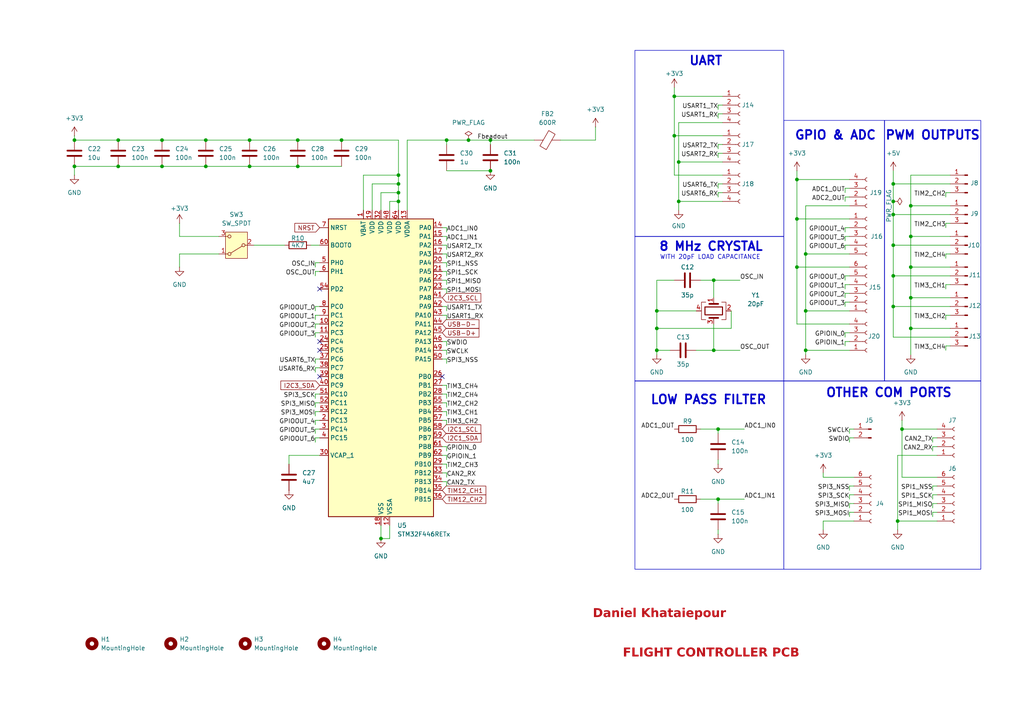
<source format=kicad_sch>
(kicad_sch (version 20231120) (generator "eeschema") (generator_version "8.0")
  (paper "A4")
  (title_block (date "2025-09-02"))
  (lib_symbols
    (symbol "Connector:Conn_01x02_Pin" (pin_names (offset 1.016) hide)
      (property "Reference" "J" (at 0 2.54 0))
      (property "Value" "Conn_01x02_Pin" (at 0 -5.08 0))
      (symbol "Conn_01x02_Pin_1_1"
        (pin passive line (at 5.08 0 180) (length 3.81) (name "Pin_1") (number "1"))
        (pin passive line (at 5.08 -2.54 180) (length 3.81) (name "Pin_2") (number "2"))
      )
    )
    (symbol "Connector:Conn_01x03_Pin" (pin_names (offset 1.016) hide)
      (property "Reference" "J" (at 0 5.08 0))
      (property "Value" "Conn_01x03_Pin" (at 0 -5.08 0))
      (symbol "Conn_01x03_Pin_1_1"
        (pin passive line (at 5.08 2.54 180) (length 3.81) (name "Pin_1") (number "1"))
        (pin passive line (at 5.08 0 180) (length 3.81) (name "Pin_2") (number "2"))
        (pin passive line (at 5.08 -2.54 180) (length 3.81) (name "Pin_3") (number "3"))
      )
    )
    (symbol "Connector:Conn_01x04_Socket" (pin_names (offset 1.016) hide)
      (property "Reference" "J" (at 0 5.08 0))
      (property "Value" "Conn_01x04_Socket" (at 0 -7.62 0))
      (symbol "Conn_01x04_Socket_1_1"
        (pin passive line (at -5.08 2.54 0) (length 3.81) (name "Pin_1") (number "1"))
        (pin passive line (at -5.08 0 0) (length 3.81) (name "Pin_2") (number "2"))
        (pin passive line (at -5.08 -2.54 0) (length 3.81) (name "Pin_3") (number "3"))
        (pin passive line (at -5.08 -5.08 0) (length 3.81) (name "Pin_4") (number "4"))
      )
    )
    (symbol "Connector:Conn_01x05_Socket" (pin_names (offset 1.016) hide)
      (property "Reference" "J" (at 0 7.62 0))
      (property "Value" "Conn_01x05_Socket" (at 0 -7.62 0))
      (symbol "Conn_01x05_Socket_1_1"
        (pin passive line (at -5.08 5.08 0) (length 3.81) (name "Pin_1") (number "1"))
        (pin passive line (at -5.08 2.54 0) (length 3.81) (name "Pin_2") (number "2"))
        (pin passive line (at -5.08 0 0) (length 3.81) (name "Pin_3") (number "3"))
        (pin passive line (at -5.08 -2.54 0) (length 3.81) (name "Pin_4") (number "4"))
        (pin passive line (at -5.08 -5.08 0) (length 3.81) (name "Pin_5") (number "5"))
      )
    )
    (symbol "Connector:Conn_01x06_Socket" (pin_names (offset 1.016) hide)
      (property "Reference" "J" (at 0 7.62 0))
      (property "Value" "Conn_01x06_Socket" (at 0 -10.16 0))
      (symbol "Conn_01x06_Socket_1_1"
        (pin passive line (at -5.08 5.08 0) (length 3.81) (name "Pin_1") (number "1"))
        (pin passive line (at -5.08 2.54 0) (length 3.81) (name "Pin_2") (number "2"))
        (pin passive line (at -5.08 0 0) (length 3.81) (name "Pin_3") (number "3"))
        (pin passive line (at -5.08 -2.54 0) (length 3.81) (name "Pin_4") (number "4"))
        (pin passive line (at -5.08 -5.08 0) (length 3.81) (name "Pin_5") (number "5"))
        (pin passive line (at -5.08 -7.62 0) (length 3.81) (name "Pin_6") (number "6"))
      )
    )
    (symbol "Device:C" (pin_numbers hide) (pin_names (offset 0.254))
      (property "Reference" "C" (at 0.635 2.54 0))
      (property "Value" "C" (at 0.635 -2.54 0))
      (symbol "C_1_1"
        (pin passive line (at 0 3.81 270) (length 2.794) (name "~") (number "1"))
        (pin passive line (at 0 -3.81 90) (length 2.794) (name "~") (number "2"))
      )
    )
    (symbol "Device:Crystal_GND24" (pin_names (offset 1.016) hide)
      (property "Reference" "Y" (at 3.175 5.08 0))
      (property "Value" "Crystal_GND24" (at 3.175 3.175 0))
      (symbol "Crystal_GND24_1_1"
        (pin passive line (at -3.81 0 0) (length 1.27) (name "1") (number "1"))
        (pin passive line (at 0 5.08 270) (length 1.27) (name "2") (number "2"))
        (pin passive line (at 3.81 0 180) (length 1.27) (name "3") (number "3"))
        (pin passive line (at 0 -5.08 90) (length 1.27) (name "4") (number "4"))
      )
    )
    (symbol "Device:FerriteBead" (pin_numbers hide) (pin_names (offset 0))
      (property "Reference" "FB" (at -3.81 0.635 90))
      (property "Value" "FerriteBead" (at 3.81 0 90))
      (symbol "FerriteBead_1_1"
        (pin passive line (at 0 3.81 270) (length 2.54) (name "~") (number "1"))
        (pin passive line (at 0 -3.81 90) (length 2.54) (name "~") (number "2"))
      )
    )
    (symbol "Device:R" (pin_numbers hide) (pin_names (offset 0))
      (property "Reference" "R" (at 2.032 0 90))
      (property "Value" "R" (at 0 0 90))
      (symbol "R_1_1"
        (pin passive line (at 0 3.81 270) (length 1.27) (name "~") (number "1"))
        (pin passive line (at 0 -3.81 90) (length 1.27) (name "~") (number "2"))
      )
    )
    (symbol "MCU_ST_STM32F4:STM32F446RETx"
      (property "Reference" "U" (at -15.24 44.45 0))
      (property "Value" "STM32F446RETx" (at 10.16 44.45 0))
      (symbol "STM32F446RETx_1_1"
        (pin power_in line (at -5.08 45.72 270) (length 2.54) (name "VBAT") (number "1"))
        (pin bidirectional line (at -17.78 12.7 0) (length 2.54) (name "PC2") (number "10"))
        (pin bidirectional line (at -17.78 10.16 0) (length 2.54) (name "PC3") (number "11"))
        (pin power_in line (at 2.54 -45.72 90) (length 2.54) (name "VSSA") (number "12"))
        (pin power_in line (at 7.62 45.72 270) (length 2.54) (name "VDDA") (number "13"))
        (pin bidirectional line (at 17.78 40.64 180) (length 2.54) (name "PA0") (number "14"))
        (pin bidirectional line (at 17.78 38.1 180) (length 2.54) (name "PA1") (number "15"))
        (pin bidirectional line (at 17.78 35.56 180) (length 2.54) (name "PA2") (number "16"))
        (pin bidirectional line (at 17.78 33.02 180) (length 2.54) (name "PA3") (number "17"))
        (pin power_in line (at 0 -45.72 90) (length 2.54) (name "VSS") (number "18"))
        (pin power_in line (at -2.54 45.72 270) (length 2.54) (name "VDD") (number "19"))
        (pin bidirectional line (at -17.78 -15.24 0) (length 2.54) (name "PC13") (number "2"))
        (pin bidirectional line (at 17.78 30.48 180) (length 2.54) (name "PA4") (number "20"))
        (pin bidirectional line (at 17.78 27.94 180) (length 2.54) (name "PA5") (number "21"))
        (pin bidirectional line (at 17.78 25.4 180) (length 2.54) (name "PA6") (number "22"))
        (pin bidirectional line (at 17.78 22.86 180) (length 2.54) (name "PA7") (number "23"))
        (pin bidirectional line (at -17.78 7.62 0) (length 2.54) (name "PC4") (number "24"))
        (pin bidirectional line (at -17.78 5.08 0) (length 2.54) (name "PC5") (number "25"))
        (pin bidirectional line (at 17.78 -2.54 180) (length 2.54) (name "PB0") (number "26"))
        (pin bidirectional line (at 17.78 -5.08 180) (length 2.54) (name "PB1") (number "27"))
        (pin bidirectional line (at 17.78 -7.62 180) (length 2.54) (name "PB2") (number "28"))
        (pin bidirectional line (at 17.78 -27.94 180) (length 2.54) (name "PB10") (number "29"))
        (pin bidirectional line (at -17.78 -17.78 0) (length 2.54) (name "PC14") (number "3"))
        (pin power_out line (at -17.78 -25.4 0) (length 2.54) (name "VCAP_1") (number "30"))
        (pin passive line (at 0 -45.72 90) (length 2.54) hide (name "VSS") (number "31"))
        (pin power_in line (at 0 45.72 270) (length 2.54) (name "VDD") (number "32"))
        (pin bidirectional line (at 17.78 -30.48 180) (length 2.54) (name "PB12") (number "33"))
        (pin bidirectional line (at 17.78 -33.02 180) (length 2.54) (name "PB13") (number "34"))
        (pin bidirectional line (at 17.78 -35.56 180) (length 2.54) (name "PB14") (number "35"))
        (pin bidirectional line (at 17.78 -38.1 180) (length 2.54) (name "PB15") (number "36"))
        (pin bidirectional line (at -17.78 2.54 0) (length 2.54) (name "PC6") (number "37"))
        (pin bidirectional line (at -17.78 0 0) (length 2.54) (name "PC7") (number "38"))
        (pin bidirectional line (at -17.78 -2.54 0) (length 2.54) (name "PC8") (number "39"))
        (pin bidirectional line (at -17.78 -20.32 0) (length 2.54) (name "PC15") (number "4"))
        (pin bidirectional line (at -17.78 -5.08 0) (length 2.54) (name "PC9") (number "40"))
        (pin bidirectional line (at 17.78 20.32 180) (length 2.54) (name "PA8") (number "41"))
        (pin bidirectional line (at 17.78 17.78 180) (length 2.54) (name "PA9") (number "42"))
        (pin bidirectional line (at 17.78 15.24 180) (length 2.54) (name "PA10") (number "43"))
        (pin bidirectional line (at 17.78 12.7 180) (length 2.54) (name "PA11") (number "44"))
        (pin bidirectional line (at 17.78 10.16 180) (length 2.54) (name "PA12") (number "45"))
        (pin bidirectional line (at 17.78 7.62 180) (length 2.54) (name "PA13") (number "46"))
        (pin passive line (at 0 -45.72 90) (length 2.54) hide (name "VSS") (number "47"))
        (pin power_in line (at 2.54 45.72 270) (length 2.54) (name "VDD") (number "48"))
        (pin bidirectional line (at 17.78 5.08 180) (length 2.54) (name "PA14") (number "49"))
        (pin bidirectional line (at -17.78 30.48 0) (length 2.54) (name "PH0") (number "5"))
        (pin bidirectional line (at 17.78 2.54 180) (length 2.54) (name "PA15") (number "50"))
        (pin bidirectional line (at -17.78 -7.62 0) (length 2.54) (name "PC10") (number "51"))
        (pin bidirectional line (at -17.78 -10.16 0) (length 2.54) (name "PC11") (number "52"))
        (pin bidirectional line (at -17.78 -12.7 0) (length 2.54) (name "PC12") (number "53"))
        (pin bidirectional line (at -17.78 22.86 0) (length 2.54) (name "PD2") (number "54"))
        (pin bidirectional line (at 17.78 -10.16 180) (length 2.54) (name "PB3") (number "55"))
        (pin bidirectional line (at 17.78 -12.7 180) (length 2.54) (name "PB4") (number "56"))
        (pin bidirectional line (at 17.78 -15.24 180) (length 2.54) (name "PB5") (number "57"))
        (pin bidirectional line (at 17.78 -17.78 180) (length 2.54) (name "PB6") (number "58"))
        (pin bidirectional line (at 17.78 -20.32 180) (length 2.54) (name "PB7") (number "59"))
        (pin bidirectional line (at -17.78 27.94 0) (length 2.54) (name "PH1") (number "6"))
        (pin input line (at -17.78 35.56 0) (length 2.54) (name "BOOT0") (number "60"))
        (pin bidirectional line (at 17.78 -22.86 180) (length 2.54) (name "PB8") (number "61"))
        (pin bidirectional line (at 17.78 -25.4 180) (length 2.54) (name "PB9") (number "62"))
        (pin passive line (at 0 -45.72 90) (length 2.54) hide (name "VSS") (number "63"))
        (pin power_in line (at 5.08 45.72 270) (length 2.54) (name "VDD") (number "64"))
        (pin input line (at -17.78 40.64 0) (length 2.54) (name "NRST") (number "7"))
        (pin bidirectional line (at -17.78 17.78 0) (length 2.54) (name "PC0") (number "8"))
        (pin bidirectional line (at -17.78 15.24 0) (length 2.54) (name "PC1") (number "9"))
      )
    )
    (symbol "Mechanical:MountingHole" (pin_names (offset 1.016))
      (property "Reference" "H" (at 0 5.08 0))
      (property "Value" "MountingHole" (at 0 3.175 0))
    )
    (symbol "Switch:SW_SPDT" (pin_names (offset 0) hide)
      (property "Reference" "SW" (at 0 5.08 0))
      (property "Value" "SW_SPDT" (at 0 -5.08 0))
      (symbol "SW_SPDT_1_1"
        (pin passive line (at 5.08 2.54 180) (length 2.54) (name "A") (number "1"))
        (pin passive line (at -5.08 0 0) (length 2.54) (name "B") (number "2"))
        (pin passive line (at 5.08 -2.54 180) (length 2.54) (name "C") (number "3"))
      )
    )
    (symbol "power:+3V3" (power) (pin_numbers hide) (pin_names (offset 0) hide)
      (property "Value" "+3V3" (at 0 3.556 0))
      (symbol "+3V3_1_1"
        (pin power_in line (at 0 0 90) (length 0) (name "~") (number "1"))
      )
    )
    (symbol "power:+5V" (power) (pin_numbers hide) (pin_names (offset 0) hide)
      (property "Value" "+5V" (at 0 3.556 0))
      (symbol "+5V_1_1"
        (pin power_in line (at 0 0 90) (length 0) (name "~") (number "1"))
      )
    )
    (symbol "power:GND" (power) (pin_numbers hide) (pin_names (offset 0) hide)
      (property "Value" "GND" (at 0 -3.81 0))
      (symbol "GND_1_1"
        (pin power_in line (at 0 0 270) (length 0) (name "~") (number "1"))
      )
    )
    (symbol "power:PWR_FLAG" (power) (pin_numbers hide) (pin_names (offset 0) hide)
      (property "Value" "PWR_FLAG" (at 0 3.81 0))
      (symbol "PWR_FLAG_0_0"
        (pin power_out line (at 0 0 90) (length 0) (name "~") (number "1"))
      )
    )
  )
  (junction (at 259.08 88.9))
  (junction (at 46.99 40.64))
  (junction (at 86.36 48.26))
  (junction (at 207.01 81.28))
  (junction (at 208.28 124.46))
  (junction (at 115.57 55.88))
  (junction (at 21.59 40.64))
  (junction (at 34.29 48.26))
  (junction (at 259.08 80.01))
  (junction (at 233.68 90.17))
  (junction (at 115.57 50.8))
  (junction (at 59.69 48.26))
  (junction (at 115.57 58.42))
  (junction (at 59.69 40.64))
  (junction (at 264.16 68.58))
  (junction (at 195.58 27.94))
  (junction (at 190.5 90.17))
  (junction (at 231.14 52.07))
  (junction (at 72.39 48.26))
  (junction (at 195.58 39.37))
  (junction (at 259.08 53.34))
  (junction (at 190.5 95.25))
  (junction (at 142.24 49.53))
  (junction (at 190.5 101.6))
  (junction (at 260.35 151.13))
  (junction (at 231.14 63.5))
  (junction (at 142.24 40.64))
  (junction (at 264.16 77.47))
  (junction (at 264.16 59.69))
  (junction (at 129.54 40.64))
  (junction (at 99.06 40.64))
  (junction (at 231.14 77.47))
  (junction (at 21.59 48.26))
  (junction (at 196.85 46.99))
  (junction (at 207.01 101.6))
  (junction (at 196.85 58.42))
  (junction (at 259.08 71.12))
  (junction (at 110.49 156.21))
  (junction (at 115.57 53.34))
  (junction (at 259.08 58.42))
  (junction (at 261.62 124.46))
  (junction (at 264.16 95.25))
  (junction (at 46.99 48.26))
  (junction (at 34.29 40.64))
  (junction (at 208.28 144.78))
  (junction (at 86.36 40.64))
  (junction (at 264.16 86.36))
  (junction (at 233.68 73.66))
  (junction (at 72.39 40.64))
  (junction (at 135.89 40.64))
  (junction (at 259.08 62.23))
  (junction (at 233.68 101.6))
  (no_connect (at 92.71 109.22))
  (no_connect (at 128.27 109.22))
  (no_connect (at 92.71 83.82))
  (no_connect (at 92.71 99.06))
  (no_connect (at 92.71 101.6))
  (wire (pts (xy 34.29 48.26) (xy 46.99 48.26)))
  (wire (pts (xy 208.28 124.46) (xy 208.28 125.73)))
  (wire (pts (xy 135.89 40.64) (xy 142.24 40.64)))
  (wire (pts (xy 261.62 138.43) (xy 261.62 124.46)))
  (wire (pts (xy 91.44 93.98) (xy 91.44 95.25)))
  (wire (pts (xy 264.16 86.36) (xy 264.16 77.47)))
  (wire (pts (xy 208.28 124.46) (xy 215.9 124.46)))
  (wire (pts (xy 274.32 57.15) (xy 274.32 55.88)))
  (wire (pts (xy 92.71 104.14) (xy 91.44 104.14)))
  (wire (pts (xy 91.44 76.2) (xy 91.44 77.47)))
  (wire (pts (xy 208.28 144.78) (xy 215.9 144.78)))
  (wire (pts (xy 245.11 96.52) (xy 246.38 96.52)))
  (wire (pts (xy 238.76 137.16) (xy 238.76 138.43)))
  (wire (pts (xy 91.44 88.9) (xy 91.44 90.17)))
  (wire (pts (xy 246.38 147.32) (xy 246.38 146.05)))
  (wire (pts (xy 259.08 53.34) (xy 275.59 53.34)))
  (wire (pts (xy 110.49 60.96) (xy 110.49 55.88)))
  (wire (pts (xy 190.5 101.6) (xy 194.31 101.6)))
  (wire (pts (xy 129.54 121.92) (xy 129.54 123.19)))
  (wire (pts (xy 208.28 153.67) (xy 208.28 154.94)))
  (wire (pts (xy 92.71 119.38) (xy 91.44 119.38)))
  (wire (pts (xy 208.28 57.15) (xy 208.28 55.88)))
  (wire (pts (xy 129.54 114.3) (xy 129.54 115.57)))
  (wire (pts (xy 245.11 80.01) (xy 246.38 80.01)))
  (wire (pts (xy 207.01 101.6) (xy 214.63 101.6)))
  (wire (pts (xy 264.16 68.58) (xy 275.59 68.58)))
  (wire (pts (xy 129.54 91.44) (xy 129.54 92.71)))
  (wire (pts (xy 91.44 78.74) (xy 91.44 80.01)))
  (wire (pts (xy 86.36 40.64) (xy 99.06 40.64)))
  (wire (pts (xy 128.27 114.3) (xy 129.54 114.3)))
  (wire (pts (xy 208.28 30.48) (xy 208.28 31.75)))
  (wire (pts (xy 129.54 129.54) (xy 129.54 130.81)))
  (wire (pts (xy 72.39 48.26) (xy 86.36 48.26)))
  (wire (pts (xy 245.11 82.55) (xy 246.38 82.55)))
  (wire (pts (xy 264.16 95.25) (xy 264.16 86.36)))
  (wire (pts (xy 212.09 90.17) (xy 212.09 95.25)))
  (wire (pts (xy 264.16 77.47) (xy 275.59 77.47)))
  (wire (pts (xy 90.17 71.12) (xy 92.71 71.12)))
  (wire (pts (xy 115.57 50.8) (xy 115.57 53.34)))
  (wire (pts (xy 129.54 40.64) (xy 129.54 41.91)))
  (wire (pts (xy 208.28 54.61) (xy 208.28 53.34)))
  (wire (pts (xy 209.55 35.56) (xy 196.85 35.56)))
  (wire (pts (xy 142.24 40.64) (xy 154.94 40.64)))
  (wire (pts (xy 209.55 58.42) (xy 196.85 58.42)))
  (wire (pts (xy 129.54 68.58) (xy 129.54 69.85)))
  (wire (pts (xy 274.32 100.33) (xy 274.32 101.6)))
  (wire (pts (xy 92.71 114.3) (xy 91.44 114.3)))
  (wire (pts (xy 128.27 137.16) (xy 129.54 137.16)))
  (wire (pts (xy 274.32 64.77) (xy 275.59 64.77)))
  (wire (pts (xy 209.55 30.48) (xy 208.28 30.48)))
  (wire (pts (xy 129.54 73.66) (xy 129.54 74.93)))
  (wire (pts (xy 91.44 116.84) (xy 91.44 118.11)))
  (wire (pts (xy 233.68 101.6) (xy 233.68 90.17)))
  (wire (pts (xy 128.27 121.92) (xy 129.54 121.92)))
  (wire (pts (xy 259.08 62.23) (xy 259.08 71.12)))
  (wire (pts (xy 203.2 144.78) (xy 208.28 144.78)))
  (wire (pts (xy 260.35 132.08) (xy 260.35 151.13)))
  (wire (pts (xy 172.72 40.64) (xy 162.56 40.64)))
  (wire (pts (xy 129.54 71.12) (xy 129.54 72.39)))
  (wire (pts (xy 190.5 95.25) (xy 190.5 101.6)))
  (wire (pts (xy 274.32 82.55) (xy 275.59 82.55)))
  (wire (pts (xy 231.14 77.47) (xy 231.14 63.5)))
  (wire (pts (xy 233.68 101.6) (xy 233.68 102.87)))
  (wire (pts (xy 271.78 124.46) (xy 261.62 124.46)))
  (wire (pts (xy 208.28 133.35) (xy 208.28 134.62)))
  (wire (pts (xy 246.38 148.59) (xy 247.65 148.59)))
  (wire (pts (xy 91.44 121.92) (xy 91.44 123.19)))
  (wire (pts (xy 128.27 68.58) (xy 129.54 68.58)))
  (wire (pts (xy 91.44 124.46) (xy 92.71 124.46)))
  (wire (pts (xy 128.27 83.82) (xy 129.54 83.82)))
  (wire (pts (xy 46.99 40.64) (xy 59.69 40.64)))
  (wire (pts (xy 231.14 52.07) (xy 246.38 52.07)))
  (wire (pts (xy 91.44 128.27) (xy 91.44 127)))
  (wire (pts (xy 264.16 95.25) (xy 275.59 95.25)))
  (wire (pts (xy 270.51 144.78) (xy 270.51 143.51)))
  (wire (pts (xy 264.16 59.69) (xy 275.59 59.69)))
  (wire (pts (xy 92.71 93.98) (xy 91.44 93.98)))
  (wire (pts (xy 208.28 44.45) (xy 209.55 44.45)))
  (wire (pts (xy 259.08 49.53) (xy 259.08 53.34)))
  (wire (pts (xy 245.11 86.36) (xy 245.11 85.09)))
  (wire (pts (xy 92.71 88.9) (xy 91.44 88.9)))
  (wire (pts (xy 231.14 93.98) (xy 231.14 77.47)))
  (wire (pts (xy 83.82 134.62) (xy 83.82 132.08)))
  (wire (pts (xy 264.16 59.69) (xy 264.16 50.8)))
  (wire (pts (xy 208.28 43.18) (xy 208.28 41.91)))
  (wire (pts (xy 34.29 40.64) (xy 46.99 40.64)))
  (wire (pts (xy 129.54 134.62) (xy 129.54 135.89)))
  (wire (pts (xy 128.27 132.08) (xy 129.54 132.08)))
  (wire (pts (xy 129.54 137.16) (xy 129.54 138.43)))
  (wire (pts (xy 21.59 48.26) (xy 21.59 50.8)))
  (wire (pts (xy 207.01 81.28) (xy 207.01 86.36)))
  (wire (pts (xy 128.27 134.62) (xy 129.54 134.62)))
  (wire (pts (xy 91.44 127) (xy 92.71 127)))
  (wire (pts (xy 128.27 73.66) (xy 129.54 73.66)))
  (wire (pts (xy 270.51 146.05) (xy 271.78 146.05)))
  (wire (pts (xy 195.58 27.94) (xy 209.55 27.94)))
  (wire (pts (xy 128.27 91.44) (xy 129.54 91.44)))
  (wire (pts (xy 245.11 97.79) (xy 245.11 96.52)))
  (wire (pts (xy 247.65 124.46) (xy 246.38 124.46)))
  (wire (pts (xy 246.38 149.86) (xy 246.38 148.59)))
  (wire (pts (xy 129.54 67.31) (xy 129.54 66.04)))
  (wire (pts (xy 128.27 66.04) (xy 129.54 66.04)))
  (wire (pts (xy 190.5 81.28) (xy 195.58 81.28)))
  (wire (pts (xy 238.76 151.13) (xy 238.76 153.67)))
  (wire (pts (xy 59.69 48.26) (xy 72.39 48.26)))
  (wire (pts (xy 196.85 46.99) (xy 196.85 58.42)))
  (wire (pts (xy 129.54 139.7) (xy 129.54 140.97)))
  (wire (pts (xy 129.54 104.14) (xy 129.54 105.41)))
  (wire (pts (xy 270.51 128.27) (xy 270.51 127)))
  (wire (pts (xy 245.11 67.31) (xy 245.11 66.04)))
  (wire (pts (xy 52.07 68.58) (xy 52.07 64.77)))
  (wire (pts (xy 246.38 127) (xy 246.38 128.27)))
  (wire (pts (xy 259.08 71.12) (xy 259.08 80.01)))
  (wire (pts (xy 115.57 40.64) (xy 115.57 50.8)))
  (wire (pts (xy 274.32 66.04) (xy 274.32 64.77)))
  (wire (pts (xy 233.68 90.17) (xy 233.68 73.66)))
  (wire (pts (xy 270.51 149.86) (xy 270.51 148.59)))
  (wire (pts (xy 63.5 68.58) (xy 52.07 68.58)))
  (wire (pts (xy 231.14 63.5) (xy 246.38 63.5)))
  (wire (pts (xy 264.16 77.47) (xy 264.16 68.58)))
  (wire (pts (xy 259.08 71.12) (xy 275.59 71.12)))
  (wire (pts (xy 246.38 101.6) (xy 233.68 101.6)))
  (wire (pts (xy 128.27 71.12) (xy 129.54 71.12)))
  (wire (pts (xy 246.38 93.98) (xy 231.14 93.98)))
  (wire (pts (xy 142.24 40.64) (xy 142.24 41.91)))
  (wire (pts (xy 113.03 60.96) (xy 113.03 58.42)))
  (wire (pts (xy 270.51 142.24) (xy 270.51 140.97)))
  (wire (pts (xy 129.54 88.9) (xy 129.54 90.17)))
  (wire (pts (xy 195.58 27.94) (xy 195.58 25.4)))
  (wire (pts (xy 110.49 55.88) (xy 115.57 55.88)))
  (wire (pts (xy 128.27 88.9) (xy 129.54 88.9)))
  (wire (pts (xy 72.39 40.64) (xy 86.36 40.64)))
  (wire (pts (xy 238.76 138.43) (xy 247.65 138.43)))
  (wire (pts (xy 46.99 48.26) (xy 59.69 48.26)))
  (wire (pts (xy 195.58 50.8) (xy 195.58 39.37)))
  (wire (pts (xy 246.38 143.51) (xy 247.65 143.51)))
  (wire (pts (xy 264.16 86.36) (xy 275.59 86.36)))
  (wire (pts (xy 129.54 111.76) (xy 129.54 113.03)))
  (wire (pts (xy 201.93 101.6) (xy 207.01 101.6)))
  (wire (pts (xy 274.32 91.44) (xy 275.59 91.44)))
  (wire (pts (xy 86.36 48.26) (xy 99.06 48.26)))
  (wire (pts (xy 275.59 88.9) (xy 259.08 88.9)))
  (wire (pts (xy 110.49 156.21) (xy 110.49 152.4)))
  (wire (pts (xy 245.11 81.28) (xy 245.11 80.01)))
  (wire (pts (xy 196.85 46.99) (xy 209.55 46.99)))
  (wire (pts (xy 245.11 72.39) (xy 245.11 71.12)))
  (wire (pts (xy 195.58 39.37) (xy 209.55 39.37)))
  (wire (pts (xy 245.11 100.33) (xy 245.11 99.06)))
  (wire (pts (xy 246.38 124.46) (xy 246.38 125.73)))
  (wire (pts (xy 128.27 78.74) (xy 129.54 78.74)))
  (wire (pts (xy 245.11 69.85) (xy 245.11 68.58)))
  (wire (pts (xy 274.32 92.71) (xy 274.32 91.44)))
  (wire (pts (xy 274.32 55.88) (xy 275.59 55.88)))
  (wire (pts (xy 270.51 143.51) (xy 271.78 143.51)))
  (wire (pts (xy 92.71 121.92) (xy 91.44 121.92)))
  (wire (pts (xy 129.54 83.82) (xy 129.54 85.09)))
  (wire (pts (xy 208.28 34.29) (xy 208.28 33.02)))
  (wire (pts (xy 208.28 41.91) (xy 209.55 41.91)))
  (wire (pts (xy 83.82 132.08) (xy 92.71 132.08)))
  (wire (pts (xy 115.57 55.88) (xy 115.57 58.42)))
  (wire (pts (xy 246.38 146.05) (xy 247.65 146.05)))
  (wire (pts (xy 208.28 55.88) (xy 209.55 55.88)))
  (wire (pts (xy 259.08 53.34) (xy 259.08 58.42)))
  (wire (pts (xy 270.51 127) (xy 271.78 127)))
  (wire (pts (xy 264.16 50.8) (xy 275.59 50.8)))
  (wire (pts (xy 259.08 80.01) (xy 259.08 88.9)))
  (wire (pts (xy 259.08 58.42) (xy 259.08 62.23)))
  (wire (pts (xy 203.2 124.46) (xy 208.28 124.46)))
  (wire (pts (xy 208.28 144.78) (xy 208.28 146.05)))
  (wire (pts (xy 92.71 91.44) (xy 91.44 91.44)))
  (wire (pts (xy 91.44 91.44) (xy 91.44 92.71)))
  (wire (pts (xy 259.08 88.9) (xy 259.08 97.79)))
  (wire (pts (xy 233.68 73.66) (xy 233.68 59.69)))
  (wire (pts (xy 128.27 139.7) (xy 129.54 139.7)))
  (wire (pts (xy 129.54 49.53) (xy 142.24 49.53)))
  (wire (pts (xy 190.5 81.28) (xy 190.5 90.17)))
  (wire (pts (xy 207.01 81.28) (xy 214.63 81.28)))
  (wire (pts (xy 129.54 116.84) (xy 129.54 118.11)))
  (wire (pts (xy 129.54 99.06) (xy 129.54 100.33)))
  (wire (pts (xy 92.71 78.74) (xy 91.44 78.74)))
  (wire (pts (xy 264.16 68.58) (xy 264.16 59.69)))
  (wire (pts (xy 270.51 148.59) (xy 271.78 148.59)))
  (wire (pts (xy 270.51 129.54) (xy 271.78 129.54)))
  (wire (pts (xy 129.54 80.01) (xy 129.54 78.74)))
  (wire (pts (xy 208.28 53.34) (xy 209.55 53.34)))
  (wire (pts (xy 245.11 71.12) (xy 246.38 71.12)))
  (wire (pts (xy 107.95 60.96) (xy 107.95 53.34)))
  (wire (pts (xy 21.59 40.64) (xy 34.29 40.64)))
  (wire (pts (xy 92.71 116.84) (xy 91.44 116.84)))
  (wire (pts (xy 21.59 48.26) (xy 34.29 48.26)))
  (wire (pts (xy 113.03 152.4) (xy 113.03 156.21)))
  (wire (pts (xy 245.11 83.82) (xy 245.11 82.55)))
  (wire (pts (xy 190.5 90.17) (xy 201.93 90.17)))
  (wire (pts (xy 259.08 80.01) (xy 275.59 80.01)))
  (wire (pts (xy 92.71 76.2) (xy 91.44 76.2)))
  (wire (pts (xy 128.27 76.2) (xy 129.54 76.2)))
  (wire (pts (xy 91.44 96.52) (xy 91.44 97.79)))
  (wire (pts (xy 115.57 58.42) (xy 115.57 60.96)))
  (wire (pts (xy 113.03 156.21) (xy 110.49 156.21)))
  (wire (pts (xy 128.27 116.84) (xy 129.54 116.84)))
  (wire (pts (xy 246.38 140.97) (xy 247.65 140.97)))
  (wire (pts (xy 91.44 125.73) (xy 91.44 124.46)))
  (wire (pts (xy 91.44 119.38) (xy 91.44 120.65)))
  (wire (pts (xy 274.32 74.93) (xy 274.32 73.66)))
  (wire (pts (xy 196.85 58.42) (xy 196.85 60.96)))
  (wire (pts (xy 118.11 60.96) (xy 118.11 40.64)))
  (wire (pts (xy 73.66 71.12) (xy 82.55 71.12)))
  (wire (pts (xy 270.51 140.97) (xy 271.78 140.97)))
  (wire (pts (xy 52.07 77.47) (xy 52.07 73.66)))
  (wire (pts (xy 274.32 73.66) (xy 275.59 73.66)))
  (wire (pts (xy 246.38 127) (xy 247.65 127)))
  (wire (pts (xy 203.2 81.28) (xy 207.01 81.28)))
  (wire (pts (xy 274.32 83.82) (xy 274.32 82.55)))
  (wire (pts (xy 129.54 132.08) (xy 129.54 133.35)))
  (wire (pts (xy 128.27 119.38) (xy 129.54 119.38)))
  (wire (pts (xy 245.11 55.88) (xy 245.11 54.61)))
  (wire (pts (xy 275.59 100.33) (xy 274.32 100.33)))
  (wire (pts (xy 245.11 99.06) (xy 246.38 99.06)))
  (wire (pts (xy 247.65 151.13) (xy 238.76 151.13)))
  (wire (pts (xy 128.27 104.14) (xy 129.54 104.14)))
  (wire (pts (xy 209.55 50.8) (xy 195.58 50.8)))
  (wire (pts (xy 245.11 66.04) (xy 246.38 66.04)))
  (wire (pts (xy 245.11 85.09) (xy 246.38 85.09)))
  (wire (pts (xy 59.69 40.64) (xy 72.39 40.64)))
  (wire (pts (xy 128.27 99.06) (xy 129.54 99.06)))
  (wire (pts (xy 105.41 60.96) (xy 105.41 50.8)))
  (wire (pts (xy 271.78 132.08) (xy 260.35 132.08)))
  (wire (pts (xy 129.54 77.47) (xy 129.54 76.2)))
  (wire (pts (xy 105.41 50.8) (xy 115.57 50.8)))
  (wire (pts (xy 260.35 151.13) (xy 260.35 153.67)))
  (wire (pts (xy 92.71 106.68) (xy 91.44 106.68)))
  (wire (pts (xy 52.07 73.66) (xy 63.5 73.66)))
  (wire (pts (xy 233.68 90.17) (xy 246.38 90.17)))
  (wire (pts (xy 129.54 101.6) (xy 129.54 102.87)))
  (wire (pts (xy 190.5 101.6) (xy 190.5 102.87)))
  (wire (pts (xy 128.27 81.28) (xy 129.54 81.28)))
  (wire (pts (xy 91.44 104.14) (xy 91.44 105.41)))
  (wire (pts (xy 233.68 73.66) (xy 246.38 73.66)))
  (wire (pts (xy 231.14 52.07) (xy 231.14 49.53)))
  (wire (pts (xy 245.11 54.61) (xy 246.38 54.61)))
  (wire (pts (xy 91.44 106.68) (xy 91.44 107.95)))
  (wire (pts (xy 245.11 57.15) (xy 245.11 58.42)))
  (wire (pts (xy 246.38 87.63) (xy 245.11 87.63)))
  (wire (pts (xy 128.27 101.6) (xy 129.54 101.6)))
  (wire (pts (xy 196.85 35.56) (xy 196.85 46.99)))
  (wire (pts (xy 99.06 40.64) (xy 115.57 40.64)))
  (wire (pts (xy 275.59 97.79) (xy 259.08 97.79)))
  (wire (pts (xy 190.5 95.25) (xy 212.09 95.25)))
  (wire (pts (xy 129.54 81.28) (xy 129.54 82.55)))
  (wire (pts (xy 246.38 142.24) (xy 246.38 140.97)))
  (wire (pts (xy 129.54 40.64) (xy 135.89 40.64)))
  (wire (pts (xy 245.11 87.63) (xy 245.11 88.9)))
  (wire (pts (xy 245.11 68.58) (xy 246.38 68.58)))
  (wire (pts (xy 21.59 39.37) (xy 21.59 40.64)))
  (wire (pts (xy 261.62 124.46) (xy 261.62 121.92)))
  (wire (pts (xy 271.78 138.43) (xy 261.62 138.43)))
  (wire (pts (xy 264.16 102.87) (xy 264.16 95.25)))
  (wire (pts (xy 246.38 144.78) (xy 246.38 143.51)))
  (wire (pts (xy 260.35 151.13) (xy 271.78 151.13)))
  (wire (pts (xy 92.71 96.52) (xy 91.44 96.52)))
  (wire (pts (xy 113.03 58.42) (xy 115.57 58.42)))
  (wire (pts (xy 128.27 129.54) (xy 129.54 129.54)))
  (wire (pts (xy 259.08 62.23) (xy 275.59 62.23)))
  (wire (pts (xy 208.28 45.72) (xy 208.28 44.45)))
  (wire (pts (xy 270.51 130.81) (xy 270.51 129.54)))
  (wire (pts (xy 195.58 39.37) (xy 195.58 27.94)))
  (wire (pts (xy 128.27 111.76) (xy 129.54 111.76)))
  (wire (pts (xy 207.01 93.98) (xy 207.01 101.6)))
  (wire (pts (xy 129.54 119.38) (xy 129.54 120.65)))
  (wire (pts (xy 115.57 53.34) (xy 115.57 55.88)))
  (wire (pts (xy 107.95 53.34) (xy 115.57 53.34)))
  (wire (pts (xy 270.51 147.32) (xy 270.51 146.05)))
  (wire (pts (xy 190.5 90.17) (xy 190.5 95.25)))
  (wire (pts (xy 208.28 33.02) (xy 209.55 33.02)))
  (wire (pts (xy 231.14 77.47) (xy 246.38 77.47)))
  (wire (pts (xy 233.68 59.69) (xy 246.38 59.69)))
  (wire (pts (xy 246.38 57.15) (xy 245.11 57.15)))
  (wire (pts (xy 118.11 40.64) (xy 129.54 40.64)))
  (wire (pts (xy 172.72 36.83) (xy 172.72 40.64)))
  (wire (pts (xy 231.14 63.5) (xy 231.14 52.07)))
  (wire (pts (xy 91.44 114.3) (xy 91.44 115.57)))
  (rectangle (start 256.54 34.925) (end 284.48 110.49))
  (rectangle (start 227.33 110.49) (end 284.48 165.1))
  (rectangle (start 184.15 110.49) (end 227.33 165.1))
  (rectangle (start 227.33 34.925) (end 256.54 110.49))
  (rectangle (start 184.15 68.58) (end 227.33 110.49))
  (rectangle (start 184.15 14.605) (end 227.33 68.58))
  (text "Daniel Khataiepour" (at 191.262 178.816 0) (effects (font (size 2.54 2.54) (bold yes) (italic yes))))
  (text "FLIGHT CONTROLLER PCB" (at 206.248 190.246 0) (effects (font (size 2.54 2.54) (bold yes) (italic yes))))
  (text "PWM OUTPUTS" (at 270.51 39.37 0) (effects (font (size 2.54 2.54) (thickness 0.508) (bold yes))))
  (text "WITH 20pF LOAD CAPACITANCE" (at 205.994 74.676 0) (effects (font (size 1.27 1.27))))
  (text "GPIO & ADC" (at 242.316 39.37 0) (effects (font (size 2.54 2.54) (thickness 0.508) (bold yes))))
  (text "8 MHz CRYSTAL" (at 206.248 71.628 0) (effects (font (size 2.54 2.54) (thickness 0.508) (bold yes))))
  (text "OTHER COM PORTS" (at 257.81 114.046 0) (effects (font (size 2.54 2.54) (thickness 0.508) (bold yes))))
  (text "UART" (at 204.724 17.78 0) (effects (font (size 2.54 2.54) (thickness 0.508) (bold yes))))
  (text "LOW PASS FILTER" (at 205.486 116.078 0) (effects (font (size 2.54 2.54) (thickness 0.508) (bold yes))))
  (label "SPI3_NSS" (at 129.54 105.41 0))
  (label "GPIOIN_1" (at 245.11 100.33 180))
  (label "SWDIO" (at 129.54 100.33 0))
  (label "CAN2_TX" (at 129.54 140.97 0))
  (label "GPIOOUT_5" (at 91.44 125.73 180))
  (label "USART2_TX" (at 208.28 43.18 180))
  (label "SWCLK" (at 246.38 125.73 180))
  (label "USART1_TX" (at 208.28 31.75 180))
  (label "TIM2_CH4" (at 129.54 115.57 0))
  (label "CAN2_TX" (at 270.51 128.27 180))
  (label "SPI3_MOSI" (at 91.44 120.65 180))
  (label "TIM3_CH1" (at 129.54 120.65 0))
  (label "GPIOOUT_4" (at 91.44 123.19 180))
  (label "SPI1_SCK" (at 129.54 80.01 0))
  (label "SPI1_NSS" (at 129.54 77.47 0))
  (label "SWDIO" (at 246.38 128.27 180))
  (label "OSC_OUT" (at 91.44 80.01 180))
  (label "SPI1_MISO" (at 129.54 82.55 0))
  (label "SPI3_SCK" (at 91.44 115.57 180))
  (label "SPI1_NSS" (at 270.51 142.24 180))
  (label "GPIOOUT_2" (at 245.11 86.36 180))
  (label "SPI3_NSS" (at 246.38 142.24 180))
  (label "SPI3_MOSI" (at 246.38 149.86 180))
  (label "ADC1_IN0" (at 129.54 67.31 0))
  (label "SPI3_SCK" (at 246.38 144.78 180))
  (label "GPIOOUT_2" (at 91.44 95.25 180))
  (label "USART2_RX" (at 129.54 74.93 0))
  (label "ADC1_OUT" (at 195.58 124.46 180))
  (label "TIM2_CH3" (at 274.32 66.04 180))
  (label "USART6_TX" (at 91.44 105.41 180))
  (label "GPIOIN_0" (at 245.11 97.79 180))
  (label "GPIOOUT_4" (at 245.11 67.31 180))
  (label "GPIOOUT_6" (at 245.11 72.39 180))
  (label "GPIOOUT_0" (at 245.11 81.28 180))
  (label "TIM3_CH2" (at 129.54 123.19 0))
  (label "GPIOOUT_6" (at 91.44 128.27 180))
  (label "Fbeadout" (at 138.43 40.64 0))
  (label "OSC_IN" (at 214.63 81.28 0))
  (label "GPIOIN_1" (at 129.54 133.35 0))
  (label "ADC2_OUT" (at 245.11 58.42 180))
  (label "CAN2_RX" (at 129.54 138.43 0))
  (label "SWCLK" (at 129.54 102.87 0))
  (label "SPI1_MISO" (at 270.51 147.32 180))
  (label "SPI3_MISO" (at 246.38 147.32 180))
  (label "TIM3_CH4" (at 274.32 101.6 180))
  (label "GPIOOUT_1" (at 245.11 83.82 180))
  (label "USART2_TX" (at 129.54 72.39 0))
  (label "OSC_IN" (at 91.44 77.47 180))
  (label "TIM3_CH2" (at 274.32 92.71 180))
  (label "SPI1_MOSI" (at 270.51 149.86 180))
  (label "USART1_TX" (at 129.54 90.17 0))
  (label "ADC1_IN0" (at 215.9 124.46 0))
  (label "ADC1_IN1" (at 129.54 69.85 0))
  (label "TIM3_CH4" (at 129.54 113.03 0))
  (label "SPI1_SCK" (at 270.51 144.78 180))
  (label "TIM3_CH1" (at 274.32 83.82 180))
  (label "ADC1_OUT" (at 245.11 55.88 180))
  (label "USART1_RX" (at 208.28 34.29 180))
  (label "OSC_OUT" (at 214.63 101.6 0))
  (label "TIM2_CH2" (at 129.54 118.11 0))
  (label "TIM2_CH2" (at 274.32 57.15 180))
  (label "USART2_RX" (at 208.28 45.72 180))
  (label "USART6_RX" (at 91.44 107.95 180))
  (label "GPIOOUT_0" (at 91.44 90.17 180))
  (label "TIM2_CH3" (at 129.54 135.89 0))
  (label "USART6_TX" (at 208.28 54.61 180))
  (label "ADC2_OUT" (at 195.58 144.78 180))
  (label "USART1_RX" (at 129.54 92.71 0))
  (label "GPIOOUT_3" (at 245.11 88.9 180))
  (label "GPIOOUT_5" (at 245.11 69.85 180))
  (label "CAN2_RX" (at 270.51 130.81 180))
  (label "TIM2_CH4" (at 274.32 74.93 180))
  (label "GPIOOUT_1" (at 91.44 92.71 180))
  (label "USART6_RX" (at 208.28 57.15 180))
  (label "ADC1_IN1" (at 215.9 144.78 0))
  (label "GPIOOUT_3" (at 91.44 97.79 180))
  (label "SPI3_MISO" (at 91.44 118.11 180))
  (label "GPIOIN_0" (at 129.54 130.81 0))
  (label "SPI1_MOSI" (at 129.54 85.09 0))
  (global_label "TIM12_CH1" (shape input) (at 128.27 142.24 0) (property "Intersheetrefs" "${INTERSHEET_REFS}" (effects (hide yes))))
  (global_label "I2C1_SDA" (shape input) (at 128.27 127 0) (property "Intersheetrefs" "${INTERSHEET_REFS}" (effects (hide yes))))
  (global_label "TIM12_CH2" (shape input) (at 128.27 144.78 0) (property "Intersheetrefs" "${INTERSHEET_REFS}" (effects (hide yes))))
  (global_label "I2C3_SCL" (shape input) (at 128.27 86.36 0) (property "Intersheetrefs" "${INTERSHEET_REFS}" (effects (hide yes))))
  (global_label "USB-D+" (shape input) (at 128.27 96.52 0) (property "Intersheetrefs" "${INTERSHEET_REFS}" (effects (hide yes))))
  (global_label "I2C1_SCL" (shape input) (at 128.27 124.46 0) (property "Intersheetrefs" "${INTERSHEET_REFS}" (effects (hide yes))))
  (global_label "I2C3_SDA" (shape input) (at 92.71 111.76 180) (property "Intersheetrefs" "${INTERSHEET_REFS}" (effects (hide yes))))
  (global_label "NRST" (shape input) (at 92.71 66.04 180) (property "Intersheetrefs" "${INTERSHEET_REFS}" (effects (hide yes))))
  (global_label "USB-D-" (shape input) (at 128.27 93.98 0) (property "Intersheetrefs" "${INTERSHEET_REFS}" (effects (hide yes))))
  (symbol (lib_id "Device:C") (at 86.36 44.45 0) (unit 1)
    (property "Reference" "C28" (at 90.17 43.1799 0) (effects (justify left)))
    (property "Value" "100n" (at 90.17 45.7199 0) (effects (justify left)))
    (property "Footprint" "Capacitor_SMD:C_0402_1005Metric" (effects (hide yes)))
    (property "Description" "Unpolarized capacitor" (effects (hide yes)))
  )
  (symbol (lib_id "Mechanical:MountingHole") (at 93.98 186.69 0) (unit 1)
    (property "Reference" "H4" (at 96.52 185.4199 0) (effects (justify left)))
    (property "Value" "MountingHole" (at 96.52 187.9599 0) (effects (justify left)))
    (property "Footprint" "MountingHole:MountingHole_2.2mm_M2" (effects (hide yes)))
    (property "Description" "Mounting Hole without connection" (effects (hide yes)))
  )
  (symbol (lib_id "Device:C") (at 208.28 149.86 0) (unit 1)
    (property "Reference" "C15" (at 212.09 148.5899 0) (effects (justify left)))
    (property "Value" "100n" (at 212.09 151.1299 0) (effects (justify left)))
    (property "Footprint" "Capacitor_SMD:C_0402_1005Metric" (effects (hide yes)))
    (property "Description" "Unpolarized capacitor" (effects (hide yes)))
  )
  (symbol (lib_id "Connector:Conn_01x04_Socket") (at 214.63 30.48 0) (unit 1)
    (property "Reference" "J14" (at 215.138 30.48 0) (effects (justify left)))
    (property "Value" "Conn_01x04_Socket" (effects (hide yes)))
    (property "Footprint" "Connector_PinSocket_2.54mm:PinSocket_1x04_P2.54mm_Vertical" (effects (hide yes)))
    (property "Description" "Generic connector, single row, 01x04, script generated" (effects (hide yes)))
  )
  (symbol (lib_id "power:GND") (at 208.28 134.62 0) (unit 1)
    (property "Reference" "#PWR21" (effects (hide yes)))
    (property "Value" "GND" (at 208.28 139.7 0))
    (property "Description" "Power symbol creates a global label with name \"GND\" , ground" (effects (hide yes)))
  )
  (symbol (lib_id "power:GND") (at 83.82 142.24 0) (unit 1)
    (property "Reference" "#PWR32" (effects (hide yes)))
    (property "Value" "GND" (at 83.82 147.32 0))
    (property "Description" "Power symbol creates a global label with name \"GND\" , ground" (effects (hide yes)))
  )
  (symbol (lib_id "Device:C") (at 142.24 45.72 0) (unit 1)
    (property "Reference" "C31" (at 146.05 44.4499 0) (effects (justify left)))
    (property "Value" "100n" (at 146.05 46.9899 0) (effects (justify left)))
    (property "Footprint" "Capacitor_SMD:C_0402_1005Metric" (effects (hide yes)))
    (property "Description" "Unpolarized capacitor" (effects (hide yes)))
  )
  (symbol (lib_id "Device:FerriteBead") (at 158.75 40.64 270) (unit 1)
    (property "Reference" "FB2" (at 158.8008 33.02 90))
    (property "Value" "600R" (at 158.8008 35.56 90))
    (property "Footprint" "Inductor_SMD:L_0603_1608Metric" (effects (hide yes)))
    (property "Description" "Ferrite bead" (effects (hide yes)))
  )
  (symbol (lib_id "Device:C") (at 46.99 44.45 0) (unit 1)
    (property "Reference" "C24" (at 50.8 43.1799 0) (effects (justify left)))
    (property "Value" "100n" (at 50.8 45.7199 0) (effects (justify left)))
    (property "Footprint" "Capacitor_SMD:C_0402_1005Metric" (effects (hide yes)))
    (property "Description" "Unpolarized capacitor" (effects (hide yes)))
  )
  (symbol (lib_id "power:GND") (at 264.16 102.87 0) (unit 1)
    (property "Reference" "#PWR36" (effects (hide yes)))
    (property "Value" "GND" (at 264.16 107.95 0))
    (property "Description" "Power symbol creates a global label with name \"GND\" , ground" (effects (hide yes)))
  )
  (symbol (lib_id "Connector:Conn_01x04_Socket") (at 251.46 57.15 0) (mirror x) (unit 1)
    (property "Reference" "J19" (at 252.222 55.88 0) (effects (justify left)))
    (property "Value" "Conn_01x04_Socket" (effects (hide yes)))
    (property "Footprint" "Connector_PinSocket_2.54mm:PinSocket_1x04_P2.54mm_Vertical" (effects (hide yes)))
    (property "Description" "Generic connector, single row, 01x04, script generated" (effects (hide yes)))
  )
  (symbol (lib_id "Connector:Conn_01x06_Socket") (at 252.73 146.05 0) (mirror x) (unit 1)
    (property "Reference" "J4" (at 254 146.0501 0) (effects (justify left)))
    (property "Value" "Conn_01x06_Socket" (effects (hide yes)))
    (property "Footprint" "Connector_PinSocket_2.54mm:PinSocket_1x06_P2.54mm_Vertical" (effects (hide yes)))
    (property "Description" "Generic connector, single row, 01x06, script generated" (effects (hide yes)))
  )
  (symbol (lib_id "Device:C") (at 129.54 45.72 0) (unit 1)
    (property "Reference" "C30" (at 133.35 44.4499 0) (effects (justify left)))
    (property "Value" "1u" (at 133.35 46.9899 0) (effects (justify left)))
    (property "Footprint" "Capacitor_SMD:C_0402_1005Metric" (effects (hide yes)))
    (property "Description" "Unpolarized capacitor" (effects (hide yes)))
  )
  (symbol (lib_id "power:+3V3") (at 172.72 36.83 0) (unit 1)
    (property "Reference" "#PWR35" (effects (hide yes)))
    (property "Value" "+3V3" (at 172.72 31.75 0))
    (property "Description" "Power symbol creates a global label with name \"+3V3\"" (effects (hide yes)))
  )
  (symbol (lib_id "Device:C") (at 72.39 44.45 0) (unit 1)
    (property "Reference" "C26" (at 76.2 43.1799 0) (effects (justify left)))
    (property "Value" "100n" (at 76.2 45.7199 0) (effects (justify left)))
    (property "Footprint" "Capacitor_SMD:C_0402_1005Metric" (effects (hide yes)))
    (property "Description" "Unpolarized capacitor" (effects (hide yes)))
  )
  (symbol (lib_id "Connector:Conn_01x05_Socket") (at 251.46 68.58 0) (unit 1)
    (property "Reference" "J16" (at 252.476 68.58 0) (effects (justify left)))
    (property "Value" "Conn_01x05_Socket" (effects (hide yes)))
    (property "Footprint" "Connector_PinHeader_2.54mm:PinHeader_1x05_P2.54mm_Vertical" (effects (hide yes)))
    (property "Description" "Generic connector, single row, 01x05, script generated" (effects (hide yes)))
  )
  (symbol (lib_id "Connector:Conn_01x03_Pin") (at 280.67 62.23 0) (mirror y) (unit 1)
    (property "Reference" "J9" (at 281.432 61.976 0) (effects (justify right)))
    (property "Value" "Conn_01x03_Pin" (effects (hide yes)))
    (property "Footprint" "Connector_PinHeader_2.54mm:PinHeader_1x03_P2.54mm_Vertical" (effects (hide yes)))
    (property "Description" "Generic connector, single row, 01x03, script generated" (effects (hide yes)))
  )
  (symbol (lib_id "MCU_ST_STM32F4:STM32F446RETx") (at 110.49 106.68 0) (unit 1)
    (property "Reference" "U5" (at 115.2241 152.4 0) (effects (justify left)))
    (property "Value" "STM32F446RETx" (at 115.2241 154.94 0) (effects (justify left)))
    (property "Footprint" "Package_QFP:LQFP-64_10x10mm_P0.5mm" (effects (hide yes)))
    (property "Datasheet" "https://www.st.com/resource/en/datasheet/stm32f446re.pdf" (effects (hide yes)))
    (property "Description" "STMicroelectronics Arm Cortex-M4 MCU, 512KB flash, 128KB RAM, 180 MHz, 1.8-3.6V, 50 GPIO, LQFP64" (effects (hide yes)))
  )
  (symbol (lib_id "power:PWR_FLAG") (at 259.08 58.42 270) (unit 1)
    (property "Reference" "#FLG4" (effects (hide yes)))
    (property "Value" "PWR_FLAG" (at 257.81 54.864 0) (effects (justify left)))
    (property "Description" "Special symbol for telling ERC where power comes from" (effects (hide yes)))
  )
  (symbol (lib_id "power:PWR_FLAG") (at 135.89 40.64 0) (unit 1)
    (property "Reference" "#FLG5" (effects (hide yes)))
    (property "Value" "PWR_FLAG" (at 135.89 35.56 0))
    (property "Description" "Special symbol for telling ERC where power comes from" (effects (hide yes)))
  )
  (symbol (lib_id "power:GND") (at 238.76 153.67 0) (unit 1)
    (property "Reference" "#PWR24" (effects (hide yes)))
    (property "Value" "GND" (at 238.76 158.75 0))
    (property "Description" "Power symbol creates a global label with name \"GND\" , ground" (effects (hide yes)))
  )
  (symbol (lib_id "Connector:Conn_01x02_Pin") (at 252.73 124.46 0) (mirror y) (unit 1)
    (property "Reference" "J5" (at 252.095 121.92 0))
    (property "Value" "Conn_01x02_Pin" (effects (hide yes)))
    (property "Footprint" "Connector_PinSocket_2.54mm:PinSocket_1x02_P2.54mm_Vertical" (effects (hide yes)))
    (property "Description" "Generic connector, single row, 01x02, script generated" (effects (hide yes)))
  )
  (symbol (lib_id "power:+5V") (at 259.08 49.53 0) (unit 1)
    (property "Reference" "#PWR27" (effects (hide yes)))
    (property "Value" "+5V" (at 259.08 44.45 0))
    (property "Description" "Power symbol creates a global label with name \"+5V\"" (effects (hide yes)))
  )
  (symbol (lib_id "Connector:Conn_01x03_Pin") (at 280.67 88.9 0) (mirror y) (unit 1)
    (property "Reference" "J12" (at 280.924 88.646 0) (effects (justify right)))
    (property "Value" "Conn_01x03_Pin" (effects (hide yes)))
    (property "Footprint" "Connector_PinHeader_2.54mm:PinHeader_1x03_P2.54mm_Vertical" (effects (hide yes)))
    (property "Description" "Generic connector, single row, 01x03, script generated" (effects (hide yes)))
  )
  (symbol (lib_id "Device:C") (at 21.59 44.45 0) (unit 1)
    (property "Reference" "C22" (at 25.4 43.1799 0) (effects (justify left)))
    (property "Value" "10u" (at 25.4 45.7199 0) (effects (justify left)))
    (property "Footprint" "Capacitor_SMD:C_0603_1608Metric" (effects (hide yes)))
    (property "Description" "Unpolarized capacitor" (effects (hide yes)))
  )
  (symbol (lib_id "power:+3V3") (at 195.58 25.4 0) (unit 1)
    (property "Reference" "#PWR37" (effects (hide yes)))
    (property "Value" "+3V3" (at 195.58 21.336 0))
    (property "Description" "Power symbol creates a global label with name \"+3V3\"" (effects (hide yes)))
  )
  (symbol (lib_id "power:+3V3") (at 231.14 49.53 0) (unit 1)
    (property "Reference" "#PWR39" (effects (hide yes)))
    (property "Value" "+3V3" (at 231.14 44.45 0))
    (property "Description" "Power symbol creates a global label with name \"+3V3\"" (effects (hide yes)))
  )
  (symbol (lib_id "Connector:Conn_01x03_Pin") (at 280.67 71.12 0) (mirror y) (unit 1)
    (property "Reference" "J10" (at 280.67 71.12 0) (effects (justify right)))
    (property "Value" "Conn_01x03_Pin" (effects (hide yes)))
    (property "Footprint" "Connector_PinHeader_2.54mm:PinHeader_1x03_P2.54mm_Vertical" (effects (hide yes)))
    (property "Description" "Generic connector, single row, 01x03, script generated" (effects (hide yes)))
  )
  (symbol (lib_id "Device:R") (at 199.39 124.46 90) (unit 1)
    (property "Reference" "R9" (at 199.39 122.174 90))
    (property "Value" "100" (at 199.39 127.508 90))
    (property "Footprint" "Resistor_SMD:R_0402_1005Metric" (effects (hide yes)))
    (property "Description" "Resistor" (effects (hide yes)))
  )
  (symbol (lib_id "power:GND") (at 21.59 50.8 0) (unit 1)
    (property "Reference" "#PWR29" (effects (hide yes)))
    (property "Value" "GND" (at 21.59 55.88 0))
    (property "Description" "Power symbol creates a global label with name \"GND\" , ground" (effects (hide yes)))
  )
  (symbol (lib_id "power:GND") (at 233.68 102.87 0) (unit 1)
    (property "Reference" "#PWR40" (effects (hide yes)))
    (property "Value" "GND" (at 233.68 107.95 0))
    (property "Description" "Power symbol creates a global label with name \"GND\" , ground" (effects (hide yes)))
  )
  (symbol (lib_id "power:+3V3") (at 261.62 121.92 0) (unit 1)
    (property "Reference" "#PWR26" (effects (hide yes)))
    (property "Value" "+3V3" (at 261.62 116.84 0))
    (property "Description" "Power symbol creates a global label with name \"+3V3\"" (effects (hide yes)))
  )
  (symbol (lib_id "Connector:Conn_01x04_Socket") (at 214.63 53.34 0) (unit 1)
    (property "Reference" "J18" (at 215.138 53.34 0) (effects (justify left)))
    (property "Value" "Conn_01x04_Socket" (effects (hide yes)))
    (property "Footprint" "Connector_PinSocket_2.54mm:PinSocket_1x04_P2.54mm_Vertical" (effects (hide yes)))
    (property "Description" "Generic connector, single row, 01x04, script generated" (effects (hide yes)))
  )
  (symbol (lib_id "Device:R") (at 86.36 71.12 270) (unit 1)
    (property "Reference" "R10" (at 86.36 69.088 90))
    (property "Value" "4K7" (at 86.36 71.12 90))
    (property "Footprint" "Resistor_SMD:R_0402_1005Metric" (effects (hide yes)))
    (property "Description" "Resistor" (effects (hide yes)))
  )
  (symbol (lib_id "power:+3V3") (at 238.76 137.16 0) (unit 1)
    (property "Reference" "#PWR23" (effects (hide yes)))
    (property "Value" "+3V3" (at 238.76 132.08 0))
    (property "Description" "Power symbol creates a global label with name \"+3V3\"" (effects (hide yes)))
  )
  (symbol (lib_id "Device:C") (at 208.28 129.54 0) (unit 1)
    (property "Reference" "C14" (at 212.09 128.2699 0) (effects (justify left)))
    (property "Value" "100n" (at 212.09 130.8099 0) (effects (justify left)))
    (property "Footprint" "Capacitor_SMD:C_0402_1005Metric" (effects (hide yes)))
    (property "Description" "Unpolarized capacitor" (effects (hide yes)))
  )
  (symbol (lib_id "Connector:Conn_01x06_Socket") (at 276.86 146.05 0) (mirror x) (unit 1)
    (property "Reference" "J6" (at 276.225 135.89 0))
    (property "Value" "Conn_01x06_Socket" (effects (hide yes)))
    (property "Footprint" "Connector_PinSocket_2.54mm:PinSocket_1x06_P2.54mm_Vertical" (effects (hide yes)))
    (property "Description" "Generic connector, single row, 01x06, script generated" (effects (hide yes)))
  )
  (symbol (lib_id "Device:Crystal_GND24") (at 207.01 90.17 270) (unit 1)
    (property "Reference" "Y1" (at 219.202 85.598 90))
    (property "Value" "20pF" (at 219.202 88.138 90))
    (property "Footprint" "Crystal:Crystal_SMD_3225-4Pin_3.2x2.5mm" (effects (hide yes)))
    (property "Description" "Four pin crystal, GND on pins 2 and 4" (effects (hide yes)))
  )
  (symbol (lib_id "power:+3V3") (at 52.07 64.77 0) (unit 1)
    (property "Reference" "#PWR30" (effects (hide yes)))
    (property "Value" "+3V3" (at 52.07 60.452 0))
    (property "Description" "Power symbol creates a global label with name \"+3V3\"" (effects (hide yes)))
  )
  (symbol (lib_id "Device:C") (at 99.06 44.45 0) (unit 1)
    (property "Reference" "C29" (at 102.87 43.1799 0) (effects (justify left)))
    (property "Value" "100n" (at 102.87 45.7199 0) (effects (justify left)))
    (property "Footprint" "Capacitor_SMD:C_0402_1005Metric" (effects (hide yes)))
    (property "Description" "Unpolarized capacitor" (effects (hide yes)))
  )
  (symbol (lib_id "Mechanical:MountingHole") (at 71.12 186.69 0) (unit 1)
    (property "Reference" "H3" (at 73.66 185.4199 0) (effects (justify left)))
    (property "Value" "MountingHole" (at 73.66 187.9599 0) (effects (justify left)))
    (property "Footprint" "MountingHole:MountingHole_2.2mm_M2" (effects (hide yes)))
    (property "Description" "Mounting Hole without connection" (effects (hide yes)))
  )
  (symbol (lib_id "power:GND") (at 260.35 153.67 0) (unit 1)
    (property "Reference" "#PWR25" (effects (hide yes)))
    (property "Value" "GND" (at 260.35 158.75 0))
    (property "Description" "Power symbol creates a global label with name \"GND\" , ground" (effects (hide yes)))
  )
  (symbol (lib_id "Connector:Conn_01x06_Socket") (at 251.46 85.09 0) (mirror x) (unit 1)
    (property "Reference" "J15" (at 253.746 83.312 0))
    (property "Value" "Conn_01x06_Socket" (effects (hide yes)))
    (property "Footprint" "Connector_PinSocket_2.54mm:PinSocket_1x06_P2.54mm_Vertical" (effects (hide yes)))
    (property "Description" "Generic connector, single row, 01x06, script generated" (effects (hide yes)))
  )
  (symbol (lib_id "Switch:SW_SPDT") (at 68.58 71.12 180) (unit 1)
    (property "Reference" "SW3" (at 68.58 62.23 0))
    (property "Value" "SW_SPDT" (at 68.58 64.77 0))
    (property "Footprint" "Button_Switch_SMD:SW_SPDT_PCM12" (effects (hide yes)))
    (property "Description" "Switch, single pole double throw" (effects (hide yes)))
  )
  (symbol (lib_id "Device:C") (at 199.39 81.28 90) (unit 1)
    (property "Reference" "C12" (at 199.39 77.47 90))
    (property "Value" "35p" (at 199.39 85.598 90))
    (property "Footprint" "Capacitor_SMD:C_0402_1005Metric" (effects (hide yes)))
    (property "Description" "Unpolarized capacitor" (effects (hide yes)))
  )
  (symbol (lib_id "power:+3V3") (at 21.59 39.37 0) (unit 1)
    (property "Reference" "#PWR28" (effects (hide yes)))
    (property "Value" "+3V3" (at 21.59 34.29 0))
    (property "Description" "Power symbol creates a global label with name \"+3V3\"" (effects (hide yes)))
  )
  (symbol (lib_id "power:GND") (at 208.28 154.94 0) (unit 1)
    (property "Reference" "#PWR22" (effects (hide yes)))
    (property "Value" "GND" (at 208.28 160.02 0))
    (property "Description" "Power symbol creates a global label with name \"GND\" , ground" (effects (hide yes)))
  )
  (symbol (lib_id "power:GND") (at 196.85 60.96 0) (unit 1)
    (property "Reference" "#PWR38" (effects (hide yes)))
    (property "Value" "GND" (at 196.85 65.532 0))
    (property "Description" "Power symbol creates a global label with name \"GND\" , ground" (effects (hide yes)))
  )
  (symbol (lib_id "Device:C") (at 59.69 44.45 0) (unit 1)
    (property "Reference" "C25" (at 63.5 43.1799 0) (effects (justify left)))
    (property "Value" "100n" (at 63.5 45.7199 0) (effects (justify left)))
    (property "Footprint" "Capacitor_SMD:C_0402_1005Metric" (effects (hide yes)))
    (property "Description" "Unpolarized capacitor" (effects (hide yes)))
  )
  (symbol (lib_id "power:GND") (at 110.49 156.21 0) (unit 1)
    (property "Reference" "#PWR33" (effects (hide yes)))
    (property "Value" "GND" (at 110.49 161.29 0))
    (property "Description" "Power symbol creates a global label with name \"GND\" , ground" (effects (hide yes)))
  )
  (symbol (lib_id "Device:C") (at 34.29 44.45 0) (unit 1)
    (property "Reference" "C23" (at 38.1 43.1799 0) (effects (justify left)))
    (property "Value" "100n" (at 38.1 45.7199 0) (effects (justify left)))
    (property "Footprint" "Capacitor_SMD:C_0402_1005Metric" (effects (hide yes)))
    (property "Description" "Unpolarized capacitor" (effects (hide yes)))
  )
  (symbol (lib_id "Connector:Conn_01x03_Pin") (at 280.67 97.79 0) (mirror y) (unit 1)
    (property "Reference" "J13" (at 280.924 97.536 0) (effects (justify right)))
    (property "Value" "Conn_01x03_Pin" (effects (hide yes)))
    (property "Footprint" "Connector_PinHeader_2.54mm:PinHeader_1x03_P2.54mm_Vertical" (effects (hide yes)))
    (property "Description" "Generic connector, single row, 01x03, script generated" (effects (hide yes)))
  )
  (symbol (lib_id "Device:R") (at 199.39 144.78 90) (unit 1)
    (property "Reference" "R11" (at 199.39 142.494 90))
    (property "Value" "100" (at 199.39 147.828 90))
    (property "Footprint" "Resistor_SMD:R_0402_1005Metric" (effects (hide yes)))
    (property "Description" "Resistor" (effects (hide yes)))
  )
  (symbol (lib_id "Connector:Conn_01x03_Pin") (at 280.67 53.34 0) (mirror y) (unit 1)
    (property "Reference" "J8" (at 281.432 53.086 0) (effects (justify right)))
    (property "Value" "Conn_01x03_Pin" (effects (hide yes)))
    (property "Footprint" "Connector_PinHeader_2.54mm:PinHeader_1x03_P2.54mm_Vertical" (effects (hide yes)))
    (property "Description" "Generic connector, single row, 01x03, script generated" (effects (hide yes)))
  )
  (symbol (lib_id "Device:C") (at 198.12 101.6 90) (unit 1)
    (property "Reference" "C13" (at 198.12 97.79 90))
    (property "Value" "35p" (at 198.12 105.664 90))
    (property "Footprint" "Capacitor_SMD:C_0402_1005Metric" (effects (hide yes)))
    (property "Description" "Unpolarized capacitor" (effects (hide yes)))
  )
  (symbol (lib_id "power:GND") (at 142.24 49.53 0) (unit 1)
    (property "Reference" "#PWR34" (effects (hide yes)))
    (property "Value" "GND" (at 142.24 54.61 0))
    (property "Description" "Power symbol creates a global label with name \"GND\" , ground" (effects (hide yes)))
  )
  (symbol (lib_id "Connector:Conn_01x03_Pin") (at 280.67 80.01 0) (mirror y) (unit 1)
    (property "Reference" "J11" (at 280.924 79.756 0) (effects (justify right)))
    (property "Value" "Conn_01x03_Pin" (effects (hide yes)))
    (property "Footprint" "Connector_PinHeader_2.54mm:PinHeader_1x03_P2.54mm_Vertical" (effects (hide yes)))
    (property "Description" "Generic connector, single row, 01x03, script generated" (effects (hide yes)))
  )
  (symbol (lib_id "power:GND") (at 190.5 102.87 0) (unit 1)
    (property "Reference" "#PWR20" (effects (hide yes)))
    (property "Value" "GND" (at 190.5 107.95 0))
    (property "Description" "Power symbol creates a global label with name \"GND\" , ground" (effects (hide yes)))
  )
  (symbol (lib_id "Mechanical:MountingHole") (at 26.67 186.69 0) (unit 1)
    (property "Reference" "H1" (at 29.21 185.4199 0) (effects (justify left)))
    (property "Value" "MountingHole" (at 29.21 187.9599 0) (effects (justify left)))
    (property "Footprint" "MountingHole:MountingHole_2.2mm_M2" (effects (hide yes)))
    (property "Description" "Mounting Hole without connection" (effects (hide yes)))
  )
  (symbol (lib_id "Mechanical:MountingHole") (at 49.53 186.69 0) (unit 1)
    (property "Reference" "H2" (at 52.07 185.4199 0) (effects (justify left)))
    (property "Value" "MountingHole" (at 52.07 187.9599 0) (effects (justify left)))
    (property "Footprint" "MountingHole:MountingHole_2.2mm_M2" (effects (hide yes)))
    (property "Description" "Mounting Hole without connection" (effects (hide yes)))
  )
  (symbol (lib_id "Device:C") (at 83.82 138.43 0) (unit 1)
    (property "Reference" "C27" (at 87.63 137.1599 0) (effects (justify left)))
    (property "Value" "4u7" (at 87.63 139.6999 0) (effects (justify left)))
    (property "Footprint" "Capacitor_SMD:C_0603_1608Metric" (effects (hide yes)))
    (property "Description" "Unpolarized capacitor" (effects (hide yes)))
  )
  (symbol (lib_id "Connector:Conn_01x04_Socket") (at 276.86 129.54 0) (mirror x) (unit 1)
    (property "Reference" "J7" (at 276.225 121.92 0))
    (property "Value" "Conn_01x04_Socket" (effects (hide yes)))
    (property "Footprint" "Connector_PinSocket_2.54mm:PinSocket_1x04_P2.54mm_Vertical" (effects (hide yes)))
    (property "Description" "Generic connector, single row, 01x04, script generated" (effects (hide yes)))
  )
  (symbol (lib_id "power:GND") (at 52.07 77.47 0) (unit 1)
    (property "Reference" "#PWR31" (effects (hide yes)))
    (property "Value" "GND" (at 52.07 82.55 0))
    (property "Description" "Power symbol creates a global label with name \"GND\" , ground" (effects (hide yes)))
  )
  (symbol (lib_id "Connector:Conn_01x04_Socket") (at 214.63 41.91 0) (unit 1)
    (property "Reference" "J17" (at 215.138 41.91 0) (effects (justify left)))
    (property "Value" "Conn_01x04_Socket" (effects (hide yes)))
    (property "Footprint" "Connector_PinSocket_2.54mm:PinSocket_1x04_P2.54mm_Vertical" (effects (hide yes)))
    (property "Description" "Generic connector, single row, 01x04, script generated" (effects (hide yes)))
  )
  (symbol (lib_id "Connector:Conn_01x04_Socket") (at 251.46 99.06 0) (mirror x) (unit 1)
    (property "Reference" "J20" (at 251.714 97.536 0) (effects (justify left)))
    (property "Value" "Conn_01x04_Socket" (effects (hide yes)))
    (property "Footprint" "Connector_PinSocket_2.54mm:PinSocket_1x04_P2.54mm_Vertical" (effects (hide yes)))
    (property "Description" "Generic connector, single row, 01x04, script generated" (effects (hide yes)))
  )
)
</source>
